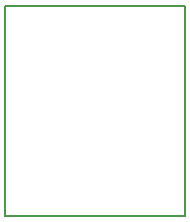
<source format=gbr>
G04 (created by PCBNEW (2013-07-07 BZR 4022)-stable) date 11/9/2013 6:32:22 PM*
%MOIN*%
G04 Gerber Fmt 3.4, Leading zero omitted, Abs format*
%FSLAX34Y34*%
G01*
G70*
G90*
G04 APERTURE LIST*
%ADD10C,0.006*%
%ADD11C,0.005*%
G04 APERTURE END LIST*
G54D10*
G54D11*
X26750Y-14750D02*
X32750Y-14750D01*
X26750Y-21750D02*
X26750Y-14750D01*
X32750Y-21750D02*
X26750Y-21750D01*
X32750Y-14750D02*
X32750Y-21750D01*
M02*

</source>
